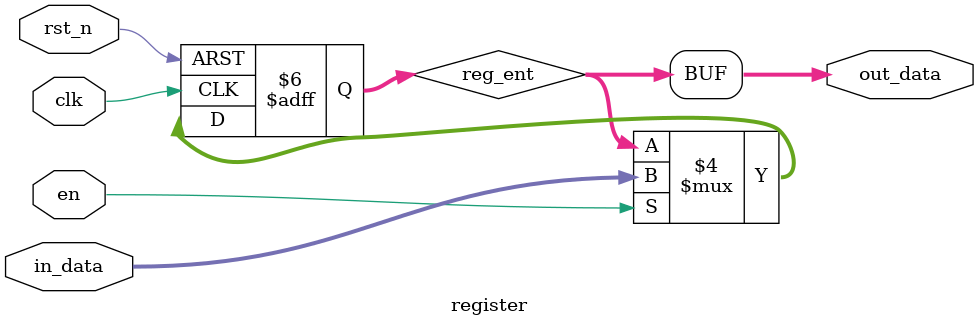
<source format=v>
module register (
    input wire clk,    // Clock
    input wire en, // Clock Enable
    input wire rst_n,  // Asynchronous reset active low
    input wire [15:0]in_data,//インプット
    output wire [15:0]out_data//アウトプット
);
reg [15:0]reg_ent;

assign out_data = reg_ent;
always @(posedge clk or negedge rst_n) begin
    if (~rst_n) begin
        // reset
        reg_ent = 16'hFF;
    end
    else if (en) begin
        reg_ent = in_data;
    end
end


endmodule
</source>
